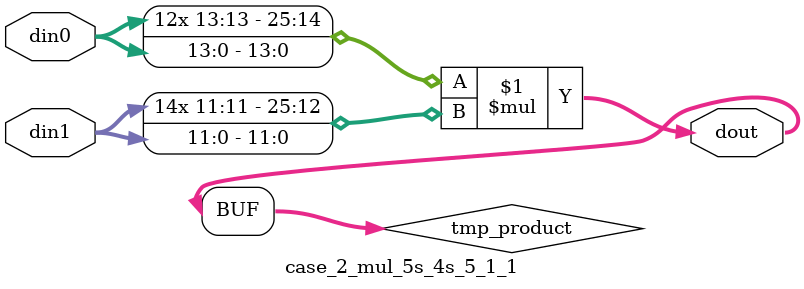
<source format=v>

`timescale 1 ns / 1 ps

 module case_2_mul_5s_4s_5_1_1(din0, din1, dout);
parameter ID = 1;
parameter NUM_STAGE = 0;
parameter din0_WIDTH = 14;
parameter din1_WIDTH = 12;
parameter dout_WIDTH = 26;

input [din0_WIDTH - 1 : 0] din0; 
input [din1_WIDTH - 1 : 0] din1; 
output [dout_WIDTH - 1 : 0] dout;

wire signed [dout_WIDTH - 1 : 0] tmp_product;



























assign tmp_product = $signed(din0) * $signed(din1);








assign dout = tmp_product;





















endmodule

</source>
